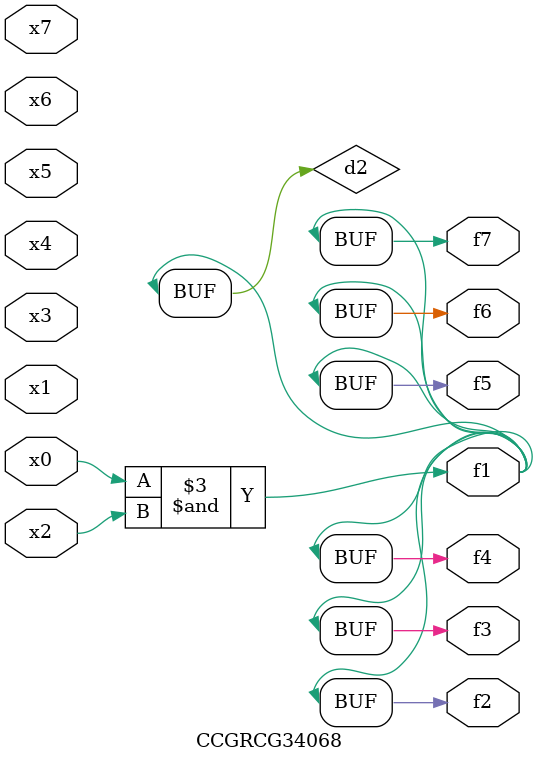
<source format=v>
module CCGRCG34068(
	input x0, x1, x2, x3, x4, x5, x6, x7,
	output f1, f2, f3, f4, f5, f6, f7
);

	wire d1, d2;

	nor (d1, x3, x6);
	and (d2, x0, x2);
	assign f1 = d2;
	assign f2 = d2;
	assign f3 = d2;
	assign f4 = d2;
	assign f5 = d2;
	assign f6 = d2;
	assign f7 = d2;
endmodule

</source>
